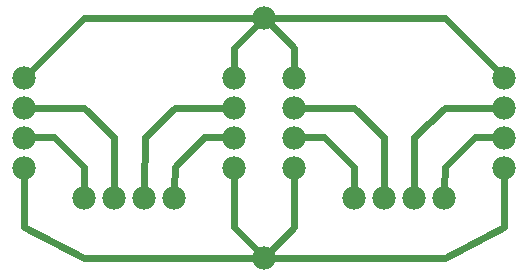
<source format=gtl>
G04 MADE WITH FRITZING*
G04 WWW.FRITZING.ORG*
G04 DOUBLE SIDED*
G04 HOLES PLATED*
G04 CONTOUR ON CENTER OF CONTOUR VECTOR*
%ASAXBY*%
%FSLAX23Y23*%
%MOIN*%
%OFA0B0*%
%SFA1.0B1.0*%
%ADD10C,0.078000*%
%ADD11C,0.024000*%
%LNCOPPER1*%
G90*
G70*
G54D10*
X1715Y804D03*
X1715Y704D03*
X1715Y604D03*
X1715Y504D03*
X1015Y804D03*
X1015Y704D03*
X1015Y604D03*
X1015Y504D03*
X1215Y404D03*
X1315Y404D03*
X1415Y404D03*
X1515Y404D03*
X315Y404D03*
X415Y404D03*
X515Y404D03*
X615Y404D03*
X815Y804D03*
X815Y704D03*
X815Y604D03*
X815Y504D03*
X915Y1004D03*
X915Y204D03*
X115Y804D03*
X115Y704D03*
X115Y604D03*
X115Y504D03*
G54D11*
X115Y305D02*
X115Y474D01*
D02*
X315Y204D02*
X115Y305D01*
D02*
X885Y204D02*
X315Y204D01*
D02*
X315Y505D02*
X215Y605D01*
D02*
X215Y605D02*
X145Y605D01*
D02*
X315Y435D02*
X315Y505D01*
D02*
X315Y703D02*
X415Y605D01*
D02*
X415Y605D02*
X415Y435D01*
D02*
X145Y704D02*
X315Y703D01*
D02*
X616Y703D02*
X516Y605D01*
D02*
X516Y605D02*
X515Y435D01*
D02*
X785Y704D02*
X616Y703D01*
D02*
X785Y605D02*
X714Y605D01*
D02*
X714Y605D02*
X616Y505D01*
D02*
X616Y505D02*
X615Y435D01*
D02*
X893Y226D02*
X814Y305D01*
D02*
X814Y305D02*
X815Y474D01*
D02*
X1015Y305D02*
X936Y226D01*
D02*
X1015Y474D02*
X1015Y305D01*
D02*
X1516Y204D02*
X945Y204D01*
D02*
X1715Y474D02*
X1714Y305D01*
D02*
X1714Y305D02*
X1516Y204D01*
D02*
X1516Y505D02*
X1515Y435D01*
D02*
X1685Y605D02*
X1616Y605D01*
D02*
X1616Y605D02*
X1516Y505D01*
D02*
X1415Y605D02*
X1415Y435D01*
D02*
X1516Y703D02*
X1415Y605D01*
D02*
X1685Y704D02*
X1516Y703D01*
D02*
X1315Y605D02*
X1315Y435D01*
D02*
X1045Y704D02*
X1215Y703D01*
D02*
X1215Y703D02*
X1315Y605D01*
D02*
X1115Y605D02*
X1045Y605D01*
D02*
X1215Y505D02*
X1115Y605D01*
D02*
X1215Y435D02*
X1215Y505D01*
D02*
X315Y1004D02*
X136Y826D01*
D02*
X885Y1004D02*
X315Y1004D01*
D02*
X1516Y1004D02*
X1694Y826D01*
D02*
X945Y1004D02*
X1516Y1004D01*
D02*
X893Y983D02*
X814Y904D01*
D02*
X814Y904D02*
X815Y835D01*
D02*
X936Y983D02*
X1015Y904D01*
D02*
X1015Y904D02*
X1015Y835D01*
G04 End of Copper1*
M02*
</source>
